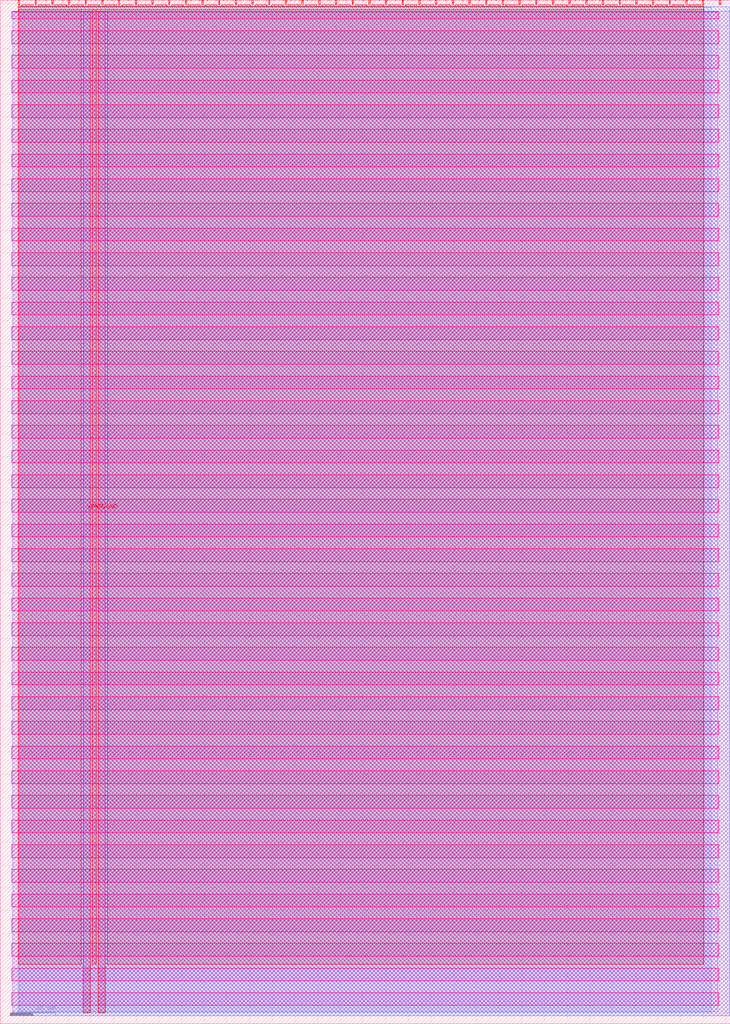
<source format=lef>
VERSION 5.7 ;
  NOWIREEXTENSIONATPIN ON ;
  DIVIDERCHAR "/" ;
  BUSBITCHARS "[]" ;
MACRO tt_um_28add11_QOAdecode
  CLASS BLOCK ;
  FOREIGN tt_um_28add11_QOAdecode ;
  ORIGIN 0.000 0.000 ;
  SIZE 161.000 BY 225.760 ;
  PIN VGND
    DIRECTION INOUT ;
    USE GROUND ;
    PORT
      LAYER met4 ;
        RECT 21.580 2.480 23.180 223.280 ;
    END
  END VGND
  PIN VPWR
    DIRECTION INOUT ;
    USE POWER ;
    PORT
      LAYER met4 ;
        RECT 18.280 2.480 19.880 223.280 ;
    END
  END VPWR
  PIN clk
    DIRECTION INPUT ;
    USE SIGNAL ;
    ANTENNAGATEAREA 0.852000 ;
    PORT
      LAYER met4 ;
        RECT 154.870 224.760 155.170 225.760 ;
    END
  END clk
  PIN ena
    DIRECTION INPUT ;
    USE SIGNAL ;
    PORT
      LAYER met4 ;
        RECT 158.550 224.760 158.850 225.760 ;
    END
  END ena
  PIN rst_n
    DIRECTION INPUT ;
    USE SIGNAL ;
    ANTENNAGATEAREA 0.196500 ;
    PORT
      LAYER met4 ;
        RECT 151.190 224.760 151.490 225.760 ;
    END
  END rst_n
  PIN ui_in[0]
    DIRECTION INPUT ;
    USE SIGNAL ;
    PORT
      LAYER met4 ;
        RECT 147.510 224.760 147.810 225.760 ;
    END
  END ui_in[0]
  PIN ui_in[1]
    DIRECTION INPUT ;
    USE SIGNAL ;
    PORT
      LAYER met4 ;
        RECT 143.830 224.760 144.130 225.760 ;
    END
  END ui_in[1]
  PIN ui_in[2]
    DIRECTION INPUT ;
    USE SIGNAL ;
    PORT
      LAYER met4 ;
        RECT 140.150 224.760 140.450 225.760 ;
    END
  END ui_in[2]
  PIN ui_in[3]
    DIRECTION INPUT ;
    USE SIGNAL ;
    PORT
      LAYER met4 ;
        RECT 136.470 224.760 136.770 225.760 ;
    END
  END ui_in[3]
  PIN ui_in[4]
    DIRECTION INPUT ;
    USE SIGNAL ;
    PORT
      LAYER met4 ;
        RECT 132.790 224.760 133.090 225.760 ;
    END
  END ui_in[4]
  PIN ui_in[5]
    DIRECTION INPUT ;
    USE SIGNAL ;
    PORT
      LAYER met4 ;
        RECT 129.110 224.760 129.410 225.760 ;
    END
  END ui_in[5]
  PIN ui_in[6]
    DIRECTION INPUT ;
    USE SIGNAL ;
    PORT
      LAYER met4 ;
        RECT 125.430 224.760 125.730 225.760 ;
    END
  END ui_in[6]
  PIN ui_in[7]
    DIRECTION INPUT ;
    USE SIGNAL ;
    PORT
      LAYER met4 ;
        RECT 121.750 224.760 122.050 225.760 ;
    END
  END ui_in[7]
  PIN uio_in[0]
    DIRECTION INPUT ;
    USE SIGNAL ;
    ANTENNAGATEAREA 0.213000 ;
    PORT
      LAYER met4 ;
        RECT 118.070 224.760 118.370 225.760 ;
    END
  END uio_in[0]
  PIN uio_in[1]
    DIRECTION INPUT ;
    USE SIGNAL ;
    ANTENNAGATEAREA 0.196500 ;
    PORT
      LAYER met4 ;
        RECT 114.390 224.760 114.690 225.760 ;
    END
  END uio_in[1]
  PIN uio_in[2]
    DIRECTION INPUT ;
    USE SIGNAL ;
    PORT
      LAYER met4 ;
        RECT 110.710 224.760 111.010 225.760 ;
    END
  END uio_in[2]
  PIN uio_in[3]
    DIRECTION INPUT ;
    USE SIGNAL ;
    ANTENNAGATEAREA 0.196500 ;
    PORT
      LAYER met4 ;
        RECT 107.030 224.760 107.330 225.760 ;
    END
  END uio_in[3]
  PIN uio_in[4]
    DIRECTION INPUT ;
    USE SIGNAL ;
    PORT
      LAYER met4 ;
        RECT 103.350 224.760 103.650 225.760 ;
    END
  END uio_in[4]
  PIN uio_in[5]
    DIRECTION INPUT ;
    USE SIGNAL ;
    PORT
      LAYER met4 ;
        RECT 99.670 224.760 99.970 225.760 ;
    END
  END uio_in[5]
  PIN uio_in[6]
    DIRECTION INPUT ;
    USE SIGNAL ;
    PORT
      LAYER met4 ;
        RECT 95.990 224.760 96.290 225.760 ;
    END
  END uio_in[6]
  PIN uio_in[7]
    DIRECTION INPUT ;
    USE SIGNAL ;
    PORT
      LAYER met4 ;
        RECT 92.310 224.760 92.610 225.760 ;
    END
  END uio_in[7]
  PIN uio_oe[0]
    DIRECTION OUTPUT ;
    USE SIGNAL ;
    ANTENNADIFFAREA 0.445500 ;
    PORT
      LAYER met4 ;
        RECT 29.750 224.760 30.050 225.760 ;
    END
  END uio_oe[0]
  PIN uio_oe[1]
    DIRECTION OUTPUT ;
    USE SIGNAL ;
    ANTENNADIFFAREA 0.445500 ;
    PORT
      LAYER met4 ;
        RECT 26.070 224.760 26.370 225.760 ;
    END
  END uio_oe[1]
  PIN uio_oe[2]
    DIRECTION OUTPUT ;
    USE SIGNAL ;
    ANTENNADIFFAREA 0.445500 ;
    PORT
      LAYER met4 ;
        RECT 22.390 224.760 22.690 225.760 ;
    END
  END uio_oe[2]
  PIN uio_oe[3]
    DIRECTION OUTPUT ;
    USE SIGNAL ;
    ANTENNADIFFAREA 0.445500 ;
    PORT
      LAYER met4 ;
        RECT 18.710 224.760 19.010 225.760 ;
    END
  END uio_oe[3]
  PIN uio_oe[4]
    DIRECTION OUTPUT ;
    USE SIGNAL ;
    ANTENNADIFFAREA 0.445500 ;
    PORT
      LAYER met4 ;
        RECT 15.030 224.760 15.330 225.760 ;
    END
  END uio_oe[4]
  PIN uio_oe[5]
    DIRECTION OUTPUT ;
    USE SIGNAL ;
    ANTENNADIFFAREA 0.445500 ;
    PORT
      LAYER met4 ;
        RECT 11.350 224.760 11.650 225.760 ;
    END
  END uio_oe[5]
  PIN uio_oe[6]
    DIRECTION OUTPUT ;
    USE SIGNAL ;
    ANTENNADIFFAREA 0.445500 ;
    PORT
      LAYER met4 ;
        RECT 7.670 224.760 7.970 225.760 ;
    END
  END uio_oe[6]
  PIN uio_oe[7]
    DIRECTION OUTPUT ;
    USE SIGNAL ;
    ANTENNADIFFAREA 0.445500 ;
    PORT
      LAYER met4 ;
        RECT 3.990 224.760 4.290 225.760 ;
    END
  END uio_oe[7]
  PIN uio_out[0]
    DIRECTION OUTPUT ;
    USE SIGNAL ;
    ANTENNADIFFAREA 0.445500 ;
    PORT
      LAYER met4 ;
        RECT 59.190 224.760 59.490 225.760 ;
    END
  END uio_out[0]
  PIN uio_out[1]
    DIRECTION OUTPUT ;
    USE SIGNAL ;
    ANTENNADIFFAREA 0.445500 ;
    PORT
      LAYER met4 ;
        RECT 55.510 224.760 55.810 225.760 ;
    END
  END uio_out[1]
  PIN uio_out[2]
    DIRECTION OUTPUT ;
    USE SIGNAL ;
    ANTENNADIFFAREA 0.891000 ;
    PORT
      LAYER met4 ;
        RECT 51.830 224.760 52.130 225.760 ;
    END
  END uio_out[2]
  PIN uio_out[3]
    DIRECTION OUTPUT ;
    USE SIGNAL ;
    ANTENNADIFFAREA 0.445500 ;
    PORT
      LAYER met4 ;
        RECT 48.150 224.760 48.450 225.760 ;
    END
  END uio_out[3]
  PIN uio_out[4]
    DIRECTION OUTPUT ;
    USE SIGNAL ;
    ANTENNADIFFAREA 0.445500 ;
    PORT
      LAYER met4 ;
        RECT 44.470 224.760 44.770 225.760 ;
    END
  END uio_out[4]
  PIN uio_out[5]
    DIRECTION OUTPUT ;
    USE SIGNAL ;
    ANTENNADIFFAREA 0.445500 ;
    PORT
      LAYER met4 ;
        RECT 40.790 224.760 41.090 225.760 ;
    END
  END uio_out[5]
  PIN uio_out[6]
    DIRECTION OUTPUT ;
    USE SIGNAL ;
    ANTENNADIFFAREA 0.445500 ;
    PORT
      LAYER met4 ;
        RECT 37.110 224.760 37.410 225.760 ;
    END
  END uio_out[6]
  PIN uio_out[7]
    DIRECTION OUTPUT ;
    USE SIGNAL ;
    ANTENNADIFFAREA 0.445500 ;
    PORT
      LAYER met4 ;
        RECT 33.430 224.760 33.730 225.760 ;
    END
  END uio_out[7]
  PIN uo_out[0]
    DIRECTION OUTPUT ;
    USE SIGNAL ;
    ANTENNADIFFAREA 0.445500 ;
    PORT
      LAYER met4 ;
        RECT 88.630 224.760 88.930 225.760 ;
    END
  END uo_out[0]
  PIN uo_out[1]
    DIRECTION OUTPUT ;
    USE SIGNAL ;
    ANTENNADIFFAREA 0.445500 ;
    PORT
      LAYER met4 ;
        RECT 84.950 224.760 85.250 225.760 ;
    END
  END uo_out[1]
  PIN uo_out[2]
    DIRECTION OUTPUT ;
    USE SIGNAL ;
    ANTENNADIFFAREA 0.445500 ;
    PORT
      LAYER met4 ;
        RECT 81.270 224.760 81.570 225.760 ;
    END
  END uo_out[2]
  PIN uo_out[3]
    DIRECTION OUTPUT ;
    USE SIGNAL ;
    ANTENNADIFFAREA 0.445500 ;
    PORT
      LAYER met4 ;
        RECT 77.590 224.760 77.890 225.760 ;
    END
  END uo_out[3]
  PIN uo_out[4]
    DIRECTION OUTPUT ;
    USE SIGNAL ;
    ANTENNADIFFAREA 0.445500 ;
    PORT
      LAYER met4 ;
        RECT 73.910 224.760 74.210 225.760 ;
    END
  END uo_out[4]
  PIN uo_out[5]
    DIRECTION OUTPUT ;
    USE SIGNAL ;
    ANTENNADIFFAREA 0.445500 ;
    PORT
      LAYER met4 ;
        RECT 70.230 224.760 70.530 225.760 ;
    END
  END uo_out[5]
  PIN uo_out[6]
    DIRECTION OUTPUT ;
    USE SIGNAL ;
    ANTENNADIFFAREA 0.445500 ;
    PORT
      LAYER met4 ;
        RECT 66.550 224.760 66.850 225.760 ;
    END
  END uo_out[6]
  PIN uo_out[7]
    DIRECTION OUTPUT ;
    USE SIGNAL ;
    ANTENNADIFFAREA 0.445500 ;
    PORT
      LAYER met4 ;
        RECT 62.870 224.760 63.170 225.760 ;
    END
  END uo_out[7]
  OBS
      LAYER nwell ;
        RECT 2.570 221.625 158.430 223.230 ;
        RECT 2.570 216.185 158.430 219.015 ;
        RECT 2.570 210.745 158.430 213.575 ;
        RECT 2.570 205.305 158.430 208.135 ;
        RECT 2.570 199.865 158.430 202.695 ;
        RECT 2.570 194.425 158.430 197.255 ;
        RECT 2.570 188.985 158.430 191.815 ;
        RECT 2.570 183.545 158.430 186.375 ;
        RECT 2.570 178.105 158.430 180.935 ;
        RECT 2.570 172.665 158.430 175.495 ;
        RECT 2.570 167.225 158.430 170.055 ;
        RECT 2.570 161.785 158.430 164.615 ;
        RECT 2.570 156.345 158.430 159.175 ;
        RECT 2.570 150.905 158.430 153.735 ;
        RECT 2.570 145.465 158.430 148.295 ;
        RECT 2.570 140.025 158.430 142.855 ;
        RECT 2.570 134.585 158.430 137.415 ;
        RECT 2.570 129.145 158.430 131.975 ;
        RECT 2.570 123.705 158.430 126.535 ;
        RECT 2.570 118.265 158.430 121.095 ;
        RECT 2.570 112.825 158.430 115.655 ;
        RECT 2.570 107.385 158.430 110.215 ;
        RECT 2.570 101.945 158.430 104.775 ;
        RECT 2.570 96.505 158.430 99.335 ;
        RECT 2.570 91.065 158.430 93.895 ;
        RECT 2.570 85.625 158.430 88.455 ;
        RECT 2.570 80.185 158.430 83.015 ;
        RECT 2.570 74.745 158.430 77.575 ;
        RECT 2.570 69.305 158.430 72.135 ;
        RECT 2.570 63.865 158.430 66.695 ;
        RECT 2.570 58.425 158.430 61.255 ;
        RECT 2.570 52.985 158.430 55.815 ;
        RECT 2.570 47.545 158.430 50.375 ;
        RECT 2.570 42.105 158.430 44.935 ;
        RECT 2.570 36.665 158.430 39.495 ;
        RECT 2.570 31.225 158.430 34.055 ;
        RECT 2.570 25.785 158.430 28.615 ;
        RECT 2.570 20.345 158.430 23.175 ;
        RECT 2.570 14.905 158.430 17.735 ;
        RECT 2.570 9.465 158.430 12.295 ;
        RECT 2.570 4.025 158.430 6.855 ;
      LAYER li1 ;
        RECT 2.760 2.635 158.240 223.125 ;
      LAYER met1 ;
        RECT 2.760 1.740 160.930 223.280 ;
      LAYER met2 ;
        RECT 4.230 1.710 160.900 224.245 ;
      LAYER met3 ;
        RECT 3.950 2.555 156.795 224.225 ;
      LAYER met4 ;
        RECT 4.690 224.360 7.270 224.760 ;
        RECT 8.370 224.360 10.950 224.760 ;
        RECT 12.050 224.360 14.630 224.760 ;
        RECT 15.730 224.360 18.310 224.760 ;
        RECT 19.410 224.360 21.990 224.760 ;
        RECT 23.090 224.360 25.670 224.760 ;
        RECT 26.770 224.360 29.350 224.760 ;
        RECT 30.450 224.360 33.030 224.760 ;
        RECT 34.130 224.360 36.710 224.760 ;
        RECT 37.810 224.360 40.390 224.760 ;
        RECT 41.490 224.360 44.070 224.760 ;
        RECT 45.170 224.360 47.750 224.760 ;
        RECT 48.850 224.360 51.430 224.760 ;
        RECT 52.530 224.360 55.110 224.760 ;
        RECT 56.210 224.360 58.790 224.760 ;
        RECT 59.890 224.360 62.470 224.760 ;
        RECT 63.570 224.360 66.150 224.760 ;
        RECT 67.250 224.360 69.830 224.760 ;
        RECT 70.930 224.360 73.510 224.760 ;
        RECT 74.610 224.360 77.190 224.760 ;
        RECT 78.290 224.360 80.870 224.760 ;
        RECT 81.970 224.360 84.550 224.760 ;
        RECT 85.650 224.360 88.230 224.760 ;
        RECT 89.330 224.360 91.910 224.760 ;
        RECT 93.010 224.360 95.590 224.760 ;
        RECT 96.690 224.360 99.270 224.760 ;
        RECT 100.370 224.360 102.950 224.760 ;
        RECT 104.050 224.360 106.630 224.760 ;
        RECT 107.730 224.360 110.310 224.760 ;
        RECT 111.410 224.360 113.990 224.760 ;
        RECT 115.090 224.360 117.670 224.760 ;
        RECT 118.770 224.360 121.350 224.760 ;
        RECT 122.450 224.360 125.030 224.760 ;
        RECT 126.130 224.360 128.710 224.760 ;
        RECT 129.810 224.360 132.390 224.760 ;
        RECT 133.490 224.360 136.070 224.760 ;
        RECT 137.170 224.360 139.750 224.760 ;
        RECT 140.850 224.360 143.430 224.760 ;
        RECT 144.530 224.360 147.110 224.760 ;
        RECT 148.210 224.360 150.790 224.760 ;
        RECT 151.890 224.360 154.470 224.760 ;
        RECT 3.975 223.680 155.185 224.360 ;
        RECT 3.975 13.095 17.880 223.680 ;
        RECT 20.280 13.095 21.180 223.680 ;
        RECT 23.580 13.095 155.185 223.680 ;
  END
END tt_um_28add11_QOAdecode
END LIBRARY


</source>
